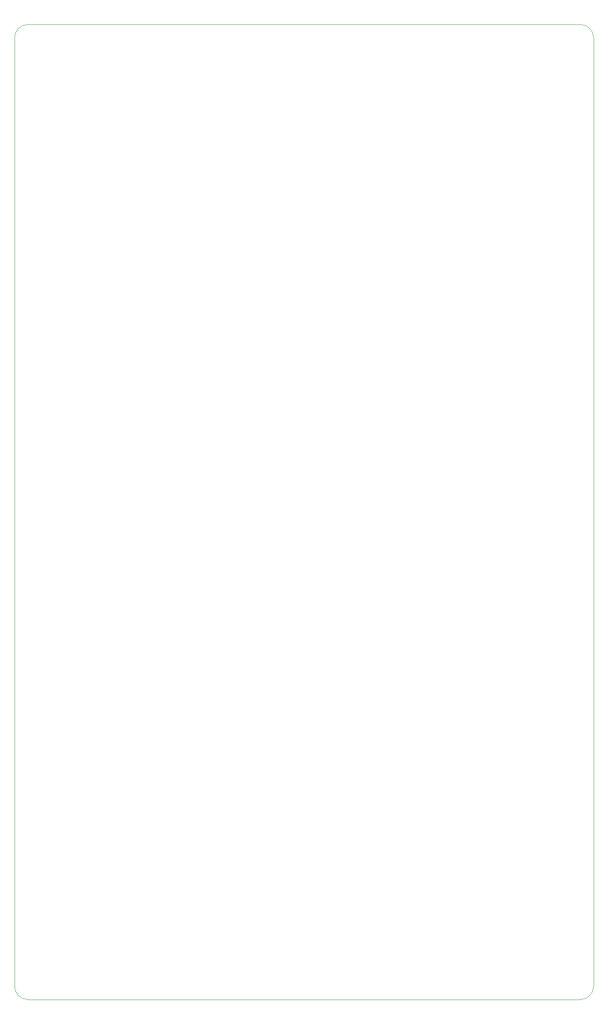
<source format=gbr>
G04 #@! TF.GenerationSoftware,KiCad,Pcbnew,(5.1.8)-1*
G04 #@! TF.CreationDate,2020-11-24T12:39:14-03:30*
G04 #@! TF.ProjectId,chum-bucket,6368756d-2d62-4756-936b-65742e6b6963,rev?*
G04 #@! TF.SameCoordinates,Original*
G04 #@! TF.FileFunction,Profile,NP*
%FSLAX46Y46*%
G04 Gerber Fmt 4.6, Leading zero omitted, Abs format (unit mm)*
G04 Created by KiCad (PCBNEW (5.1.8)-1) date 2020-11-24 12:39:14*
%MOMM*%
%LPD*%
G01*
G04 APERTURE LIST*
G04 #@! TA.AperFunction,Profile*
%ADD10C,0.050000*%
G04 #@! TD*
G04 APERTURE END LIST*
D10*
X78800000Y-34000000D02*
G75*
G02*
X81800000Y-31000000I3000000J0D01*
G01*
X206500000Y-31000000D02*
G75*
G02*
X209500000Y-34000000I0J-3000000D01*
G01*
X209500000Y-248000000D02*
G75*
G02*
X206500000Y-251000000I-3000000J0D01*
G01*
X81800000Y-251000000D02*
G75*
G02*
X78800000Y-248000000I0J3000000D01*
G01*
X81800000Y-251000000D02*
X206500000Y-251000000D01*
X78800000Y-34000000D02*
X78800000Y-248000000D01*
X206500000Y-31000000D02*
X81800000Y-31000000D01*
X209500000Y-248000000D02*
X209500000Y-34000000D01*
M02*

</source>
